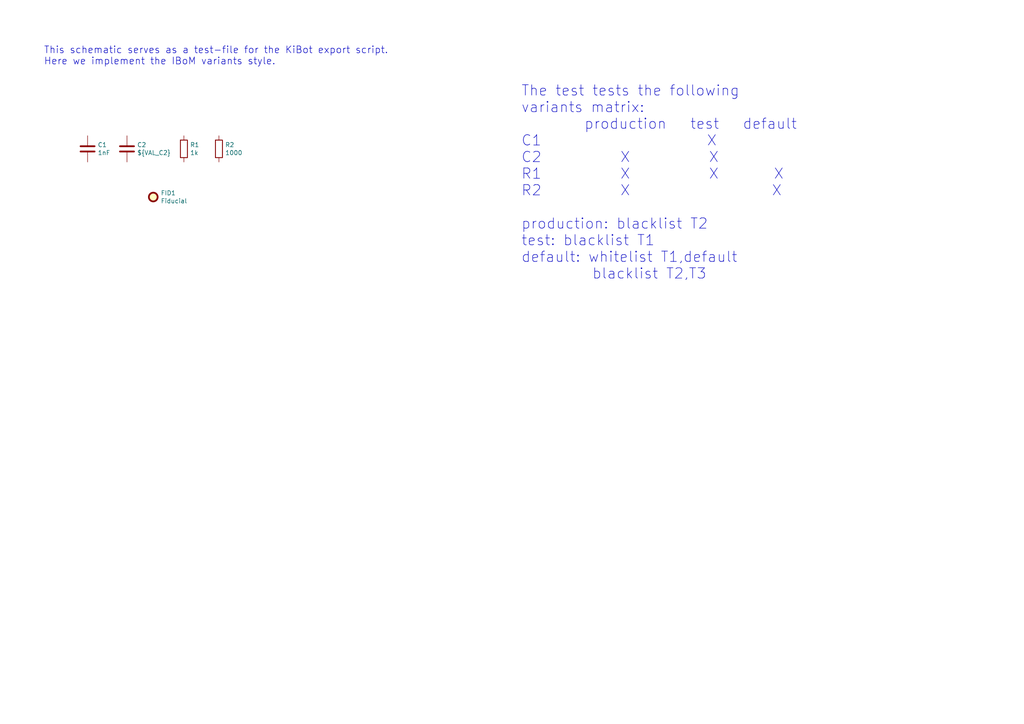
<source format=kicad_sch>
(kicad_sch (version 20230121) (generator eeschema)
  (paper "A4")
  (title_block (title "KiBom Test Schematic") (date "2020-03-12") (rev "A") (company "https://github.com/SchrodingersGat/KiBom"))
  (lib_symbols
    (symbol "Device:C" (pin_numbers hide) (pin_names (offset 0.254))
      (property "Reference" "C" (at 0.635 2.54 0))
      (property "Value" "C" (at 0.635 -2.54 0))
      (symbol "C_0_1"
        (polyline (pts (xy -2.032 -0.762) (xy 2.032 -0.762)) (stroke (width 0.508)))
        (polyline (pts (xy -2.032 0.762) (xy 2.032 0.762)) (stroke (width 0.508)))
      )
      (symbol "C_1_1"
        (pin passive line (at 0 3.81 270) (length 2.794) (name "~") (number "1"))
        (pin passive line (at 0 -3.81 90) (length 2.794) (name "~") (number "2"))
      )
    )
    (symbol "Device:R" (pin_numbers hide) (pin_names (offset 0))
      (property "Reference" "R" (at 2.032 0 90))
      (property "Value" "R" (at 0 0 90))
      (symbol "R_0_1"
        (rectangle (start -1.016 -2.54) (end 1.016 2.54) (stroke (width 0.254)))
      )
      (symbol "R_1_1"
        (pin passive line (at 0 3.81 270) (length 1.27) (name "~") (number "1"))
        (pin passive line (at 0 -3.81 90) (length 1.27) (name "~") (number "2"))
      )
    )
    (symbol "Mechanical:Fiducial"
      (property "Reference" "FID" (at 0 5.08 0))
      (property "Value" "Fiducial" (at 0 3.175 0))
      (symbol "Fiducial_0_1"
        (circle (center 0 0) (radius 1.27) (stroke (width 0.508)) (fill (type background)))
      )
    )
  )
  (text "This schematic serves as a test-file for the KiBot export script.\nHere we implement the IBoM variants style." (at 12.7 19.05 0) (effects (font (size 2.0066 2.0066)) (justify left bottom)))
  (text "The test tests the following \nvariants matrix:\n        production   test   default\nC1                     X\nC2          X          X\nR1          X          X       X\nR2          X                  X\n\nproduction: blacklist T2\ntest: blacklist T1\ndefault: whitelist T1,default \n         blacklist T2,T3" (at 151.13 81.28 0) (effects (font (size 2.9972 2.9972)) (justify left bottom)))
  (symbol (lib_id "Device:C") (at 25.4 43.18 0) (unit 1)
    (property "Reference" "C1" (at 28.321 42.0116 0) (effects (justify left)))
    (property "Value" "1nF" (at 28.321 44.323 0) (effects (justify left)))
    (property "Footprint" "Capacitor_SMD:C_0805_2012Metric" (effects hide))
    (property "Config" "T2" (effects hide))
  )
  (symbol (lib_id "Device:C") (at 36.83 43.18 0) (unit 1)
    (property "Reference" "C2" (at 39.751 42.0116 0) (effects (justify left)))
    (property "Value" "${VAL_C2}" (at 39.751 44.323 0) (effects (justify left)))
    (property "Footprint" "Capacitor_SMD:C_0805_2012Metric" (effects hide))
    (property "Config" "T3" (effects hide))
  )
  (symbol (lib_id "Device:R") (at 53.34 43.18 0) (unit 1)
    (property "Reference" "R1" (at 55.118 42.0116 0) (effects (justify left)))
    (property "Value" "1k" (at 55.118 44.323 0) (effects (justify left)))
    (property "Footprint" "Resistor_SMD:R_0805_2012Metric" (effects hide))
    (property "Config" "default" (effects hide))
  )
  (symbol (lib_id "Device:R") (at 63.5 43.18 0) (unit 1)
    (property "Reference" "R2" (at 65.278 42.0116 0) (effects (justify left)))
    (property "Value" "1000" (at 65.278 44.323 0) (effects (justify left)))
    (property "Footprint" "Resistor_SMD:R_0805_2012Metric" (effects hide))
    (property "Config" "T1" (effects hide))
    (property "default:_3D_model" "${KICAD6_3DMODEL_DIR}/Resistor_SMD.3dshapes/R_2010_5025Metric.wrl" (effects hide))
  )
  (symbol (lib_id "Mechanical:Fiducial") (at 44.45 57.15 0) (unit 1)
    (property "Reference" "FID1" (at 46.609 55.9816 0) (effects (justify left)))
    (property "Value" "Fiducial" (at 46.609 58.293 0) (effects (justify left)))
    (property "Footprint" "Fiducial:Fiducial_0.5mm_Mask1mm" (effects hide))
  )
)
</source>
